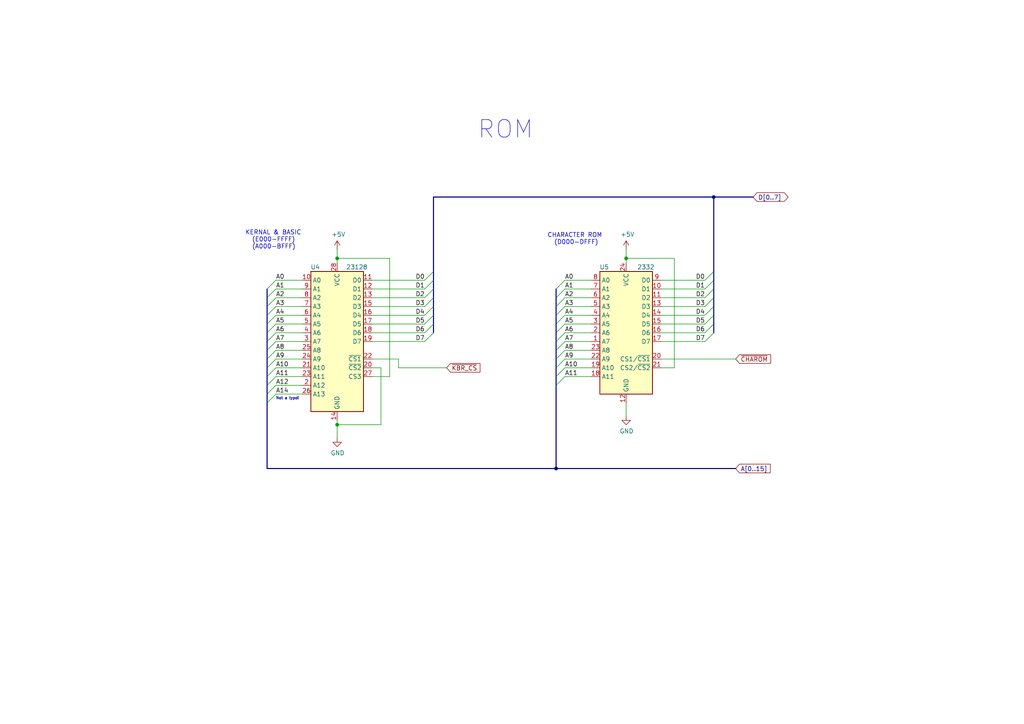
<source format=kicad_sch>
(kicad_sch (version 20230121) (generator eeschema)
  (paper "A4")
  (title_block (title "Commodore C64C - Assy 250469-01 Rev. A") (date "2023-04-02") (rev "2") (company "https://github.com/KicadRetroArchive") (comment 1 "KiCad schematic licensed under CERN-OHL-S") (comment 2 "WARNING: These schematics might contain errors!") (comment 3 "Author: Andrea Cisternino <andrea.cisternino@posteo.net>"))
  (lib_symbols
    (symbol "krl_Memory_ROM:23128"
      (property "Reference" "U" (at -6.985 21.59 0))
      (property "Value" "23128" (at 6.35 21.59 0))
      (symbol "23128_0_1"
        (rectangle (start -7.62 20.32) (end 7.62 -20.32) (stroke (width 0.254)) (fill (type background)))
      )
      (symbol "23128_1_1"
        (pin no_connect line (at 7.62 -15.24 180) (length 2.54) hide (name "NC") (number "1"))
        (pin input line (at -10.16 17.78 0) (length 2.54) (name "A0") (number "10"))
        (pin tri_state line (at 10.16 17.78 180) (length 2.54) (name "D0") (number "11"))
        (pin tri_state line (at 10.16 15.24 180) (length 2.54) (name "D1") (number "12"))
        (pin tri_state line (at 10.16 12.7 180) (length 2.54) (name "D2") (number "13"))
        (pin power_in line (at 0 -22.86 90) (length 2.54) (name "GND") (number "14"))
        (pin tri_state line (at 10.16 10.16 180) (length 2.54) (name "D3") (number "15"))
        (pin tri_state line (at 10.16 7.62 180) (length 2.54) (name "D4") (number "16"))
        (pin tri_state line (at 10.16 5.08 180) (length 2.54) (name "D5") (number "17"))
        (pin tri_state line (at 10.16 2.54 180) (length 2.54) (name "D6") (number "18"))
        (pin tri_state line (at 10.16 0 180) (length 2.54) (name "D7") (number "19"))
        (pin input line (at -10.16 -12.7 0) (length 2.54) (name "A12") (number "2"))
        (pin input line (at 10.16 -7.62 180) (length 2.54) (name "~{CS2}") (number "20"))
        (pin input line (at -10.16 -7.62 0) (length 2.54) (name "A10") (number "21"))
        (pin input line (at 10.16 -5.08 180) (length 2.54) (name "~{CS1}") (number "22"))
        (pin input line (at -10.16 -10.16 0) (length 2.54) (name "A11") (number "23"))
        (pin input line (at -10.16 -5.08 0) (length 2.54) (name "A9") (number "24"))
        (pin input line (at -10.16 -2.54 0) (length 2.54) (name "A8") (number "25"))
        (pin input line (at -10.16 -15.24 0) (length 2.54) (name "A13") (number "26"))
        (pin input line (at 10.16 -10.16 180) (length 2.54) (name "CS3") (number "27"))
        (pin power_in line (at 0 22.86 270) (length 2.54) (name "VCC") (number "28"))
        (pin input line (at -10.16 0 0) (length 2.54) (name "A7") (number "3"))
        (pin input line (at -10.16 2.54 0) (length 2.54) (name "A6") (number "4"))
        (pin input line (at -10.16 5.08 0) (length 2.54) (name "A5") (number "5"))
        (pin input line (at -10.16 7.62 0) (length 2.54) (name "A4") (number "6"))
        (pin input line (at -10.16 10.16 0) (length 2.54) (name "A3") (number "7"))
        (pin input line (at -10.16 12.7 0) (length 2.54) (name "A2") (number "8"))
        (pin input line (at -10.16 15.24 0) (length 2.54) (name "A1") (number "9"))
      )
    )
    (symbol "krl_Memory_ROM:2332"
      (property "Reference" "U" (at -7.112 19.304 0))
      (property "Value" "2332" (at 7.874 19.304 0))
      (symbol "2332_0_1"
        (rectangle (start -7.62 17.78) (end 7.62 -17.78) (stroke (width 0.254)) (fill (type background)))
      )
      (symbol "2332_1_1"
        (pin input line (at -10.16 -2.54 0) (length 2.54) (name "A7") (number "1"))
        (pin tri_state line (at 10.16 12.7 180) (length 2.54) (name "D1") (number "10"))
        (pin tri_state line (at 10.16 10.16 180) (length 2.54) (name "D2") (number "11"))
        (pin power_in line (at 0 -20.32 90) (length 2.54) (name "GND") (number "12"))
        (pin tri_state line (at 10.16 7.62 180) (length 2.54) (name "D3") (number "13"))
        (pin tri_state line (at 10.16 5.08 180) (length 2.54) (name "D4") (number "14"))
        (pin tri_state line (at 10.16 2.54 180) (length 2.54) (name "D5") (number "15"))
        (pin tri_state line (at 10.16 0 180) (length 2.54) (name "D6") (number "16"))
        (pin tri_state line (at 10.16 -2.54 180) (length 2.54) (name "D7") (number "17"))
        (pin input line (at -10.16 -12.7 0) (length 2.54) (name "A11") (number "18"))
        (pin input line (at -10.16 -10.16 0) (length 2.54) (name "A10") (number "19"))
        (pin input line (at -10.16 0 0) (length 2.54) (name "A6") (number "2"))
        (pin input line (at 10.16 -7.62 180) (length 2.54) (name "CS1/~{CS1}") (number "20"))
        (pin input line (at 10.16 -10.16 180) (length 2.54) (name "CS2/~{CS2}") (number "21"))
        (pin input line (at -10.16 -7.62 0) (length 2.54) (name "A9") (number "22"))
        (pin input line (at -10.16 -5.08 0) (length 2.54) (name "A8") (number "23"))
        (pin power_in line (at 0 20.32 270) (length 2.54) (name "VCC") (number "24"))
        (pin input line (at -10.16 2.54 0) (length 2.54) (name "A5") (number "3"))
        (pin input line (at -10.16 5.08 0) (length 2.54) (name "A4") (number "4"))
        (pin input line (at -10.16 7.62 0) (length 2.54) (name "A3") (number "5"))
        (pin input line (at -10.16 10.16 0) (length 2.54) (name "A2") (number "6"))
        (pin input line (at -10.16 12.7 0) (length 2.54) (name "A1") (number "7"))
        (pin input line (at -10.16 15.24 0) (length 2.54) (name "A0") (number "8"))
        (pin tri_state line (at 10.16 15.24 180) (length 2.54) (name "D0") (number "9"))
      )
    )
    (symbol "power:+5V" (power) (pin_names (offset 0))
      (property "Value" "+5V" (at 0 3.556 0))
      (symbol "+5V_0_1"
        (polyline (pts (xy -0.762 1.27) (xy 0 2.54)))
        (polyline (pts (xy 0 0) (xy 0 2.54)))
        (polyline (pts (xy 0 2.54) (xy 0.762 1.27)))
      )
      (symbol "+5V_1_1"
        (pin power_in line (at 0 0 90) (length 0) hide (name "+5V") (number "1"))
      )
    )
    (symbol "power:GND" (power) (pin_names (offset 0))
      (property "Value" "GND" (at 0 -3.81 0))
      (symbol "GND_0_1"
        (polyline (pts (xy 0 0) (xy 0 -1.27) (xy 1.27 -1.27) (xy 0 -2.54) (xy -1.27 -1.27) (xy 0 -1.27)))
      )
      (symbol "GND_1_1"
        (pin power_in line (at 0 0 270) (length 0) hide (name "GND") (number "1"))
      )
    )
  )
  (junction (at 207.01 57.15))
  (junction (at 97.79 123.19))
  (junction (at 97.79 74.93))
  (junction (at 161.29 135.89))
  (junction (at 181.61 74.93))
  (bus_entry (at 80.01 88.9) (size -2.54 2.54))
  (bus_entry (at 123.19 86.36) (size 2.54 -2.54))
  (bus_entry (at 80.01 81.28) (size -2.54 2.54))
  (bus_entry (at 80.01 114.3) (size -2.54 2.54))
  (bus_entry (at 163.83 101.6) (size -2.54 2.54))
  (bus_entry (at 123.19 81.28) (size 2.54 -2.54))
  (bus_entry (at 204.47 88.9) (size 2.54 -2.54))
  (bus_entry (at 163.83 86.36) (size -2.54 2.54))
  (bus_entry (at 80.01 86.36) (size -2.54 2.54))
  (bus_entry (at 80.01 93.98) (size -2.54 2.54))
  (bus_entry (at 123.19 93.98) (size 2.54 -2.54))
  (bus_entry (at 123.19 88.9) (size 2.54 -2.54))
  (bus_entry (at 204.47 93.98) (size 2.54 -2.54))
  (bus_entry (at 163.83 83.82) (size -2.54 2.54))
  (bus_entry (at 123.19 99.06) (size 2.54 -2.54))
  (bus_entry (at 80.01 91.44) (size -2.54 2.54))
  (bus_entry (at 204.47 81.28) (size 2.54 -2.54))
  (bus_entry (at 163.83 93.98) (size -2.54 2.54))
  (bus_entry (at 80.01 111.76) (size -2.54 2.54))
  (bus_entry (at 80.01 96.52) (size -2.54 2.54))
  (bus_entry (at 80.01 109.22) (size -2.54 2.54))
  (bus_entry (at 80.01 104.14) (size -2.54 2.54))
  (bus_entry (at 163.83 104.14) (size -2.54 2.54))
  (bus_entry (at 204.47 99.06) (size 2.54 -2.54))
  (bus_entry (at 204.47 91.44) (size 2.54 -2.54))
  (bus_entry (at 123.19 96.52) (size 2.54 -2.54))
  (bus_entry (at 204.47 83.82) (size 2.54 -2.54))
  (bus_entry (at 204.47 86.36) (size 2.54 -2.54))
  (bus_entry (at 204.47 96.52) (size 2.54 -2.54))
  (bus_entry (at 163.83 109.22) (size -2.54 2.54))
  (bus_entry (at 163.83 106.68) (size -2.54 2.54))
  (bus_entry (at 123.19 83.82) (size 2.54 -2.54))
  (bus_entry (at 80.01 99.06) (size -2.54 2.54))
  (bus_entry (at 163.83 81.28) (size -2.54 2.54))
  (bus_entry (at 123.19 91.44) (size 2.54 -2.54))
  (bus_entry (at 163.83 88.9) (size -2.54 2.54))
  (bus_entry (at 163.83 99.06) (size -2.54 2.54))
  (bus_entry (at 163.83 91.44) (size -2.54 2.54))
  (bus_entry (at 80.01 106.68) (size -2.54 2.54))
  (bus_entry (at 80.01 101.6) (size -2.54 2.54))
  (bus_entry (at 80.01 83.82) (size -2.54 2.54))
  (bus_entry (at 163.83 96.52) (size -2.54 2.54))
  (bus (pts (xy 161.29 88.9) (xy 161.29 91.44)))
  (bus (pts (xy 161.29 86.36) (xy 161.29 88.9)))
  (wire (pts (xy 163.83 106.68) (xy 171.45 106.68)))
  (wire (pts (xy 163.83 104.14) (xy 171.45 104.14)))
  (wire (pts (xy 191.77 86.36) (xy 204.47 86.36)))
  (bus (pts (xy 125.73 78.74) (xy 125.73 81.28)))
  (wire (pts (xy 163.83 91.44) (xy 171.45 91.44)))
  (bus (pts (xy 207.01 57.15) (xy 218.44 57.15)))
  (wire (pts (xy 80.01 109.22) (xy 87.63 109.22)))
  (bus (pts (xy 207.01 81.28) (xy 207.01 83.82)))
  (bus (pts (xy 77.47 116.84) (xy 77.47 135.89)))
  (wire (pts (xy 80.01 88.9) (xy 87.63 88.9)))
  (wire (pts (xy 191.77 96.52) (xy 204.47 96.52)))
  (wire (pts (xy 110.49 106.68) (xy 110.49 123.19)))
  (wire (pts (xy 97.79 74.93) (xy 97.79 76.2)))
  (bus (pts (xy 125.73 93.98) (xy 125.73 96.52)))
  (wire (pts (xy 181.61 74.93) (xy 181.61 76.2)))
  (wire (pts (xy 163.83 88.9) (xy 171.45 88.9)))
  (wire (pts (xy 191.77 91.44) (xy 204.47 91.44)))
  (bus (pts (xy 125.73 86.36) (xy 125.73 88.9)))
  (bus (pts (xy 77.47 99.06) (xy 77.47 101.6)))
  (wire (pts (xy 80.01 101.6) (xy 87.63 101.6)))
  (bus (pts (xy 125.73 91.44) (xy 125.73 93.98)))
  (bus (pts (xy 77.47 106.68) (xy 77.47 109.22)))
  (wire (pts (xy 163.83 101.6) (xy 171.45 101.6)))
  (wire (pts (xy 191.77 104.14) (xy 213.36 104.14)))
  (bus (pts (xy 161.29 99.06) (xy 161.29 101.6)))
  (bus (pts (xy 77.47 104.14) (xy 77.47 106.68)))
  (wire (pts (xy 107.95 99.06) (xy 123.19 99.06)))
  (bus (pts (xy 77.47 83.82) (xy 77.47 86.36)))
  (wire (pts (xy 191.77 93.98) (xy 204.47 93.98)))
  (wire (pts (xy 80.01 99.06) (xy 87.63 99.06)))
  (wire (pts (xy 115.57 104.14) (xy 115.57 106.68)))
  (bus (pts (xy 207.01 83.82) (xy 207.01 86.36)))
  (wire (pts (xy 107.95 86.36) (xy 123.19 86.36)))
  (bus (pts (xy 161.29 106.68) (xy 161.29 109.22)))
  (wire (pts (xy 191.77 81.28) (xy 204.47 81.28)))
  (wire (pts (xy 87.63 83.82) (xy 80.01 83.82)))
  (bus (pts (xy 125.73 57.15) (xy 207.01 57.15)))
  (wire (pts (xy 107.95 81.28) (xy 123.19 81.28)))
  (bus (pts (xy 77.47 135.89) (xy 161.29 135.89)))
  (wire (pts (xy 113.03 74.93) (xy 97.79 74.93)))
  (bus (pts (xy 161.29 83.82) (xy 161.29 86.36)))
  (bus (pts (xy 207.01 78.74) (xy 207.01 81.28)))
  (wire (pts (xy 195.58 74.93) (xy 181.61 74.93)))
  (wire (pts (xy 80.01 86.36) (xy 87.63 86.36)))
  (bus (pts (xy 77.47 86.36) (xy 77.47 88.9)))
  (wire (pts (xy 115.57 106.68) (xy 129.54 106.68)))
  (wire (pts (xy 181.61 116.84) (xy 181.61 120.65)))
  (bus (pts (xy 77.47 88.9) (xy 77.47 91.44)))
  (bus (pts (xy 161.29 101.6) (xy 161.29 104.14)))
  (bus (pts (xy 77.47 96.52) (xy 77.47 99.06)))
  (bus (pts (xy 207.01 88.9) (xy 207.01 91.44)))
  (wire (pts (xy 163.83 99.06) (xy 171.45 99.06)))
  (wire (pts (xy 181.61 72.39) (xy 181.61 74.93)))
  (wire (pts (xy 163.83 93.98) (xy 171.45 93.98)))
  (wire (pts (xy 191.77 106.68) (xy 195.58 106.68)))
  (wire (pts (xy 171.45 81.28) (xy 163.83 81.28)))
  (wire (pts (xy 163.83 86.36) (xy 171.45 86.36)))
  (bus (pts (xy 161.29 93.98) (xy 161.29 96.52)))
  (wire (pts (xy 80.01 106.68) (xy 87.63 106.68)))
  (wire (pts (xy 107.95 88.9) (xy 123.19 88.9)))
  (wire (pts (xy 97.79 121.92) (xy 97.79 123.19)))
  (bus (pts (xy 77.47 93.98) (xy 77.47 96.52)))
  (bus (pts (xy 207.01 86.36) (xy 207.01 88.9)))
  (bus (pts (xy 207.01 93.98) (xy 207.01 96.52)))
  (wire (pts (xy 107.95 91.44) (xy 123.19 91.44)))
  (wire (pts (xy 107.95 106.68) (xy 110.49 106.68)))
  (bus (pts (xy 207.01 57.15) (xy 207.01 78.74)))
  (wire (pts (xy 163.83 109.22) (xy 171.45 109.22)))
  (bus (pts (xy 125.73 81.28) (xy 125.73 83.82)))
  (wire (pts (xy 80.01 104.14) (xy 87.63 104.14)))
  (bus (pts (xy 161.29 109.22) (xy 161.29 111.76)))
  (wire (pts (xy 110.49 123.19) (xy 97.79 123.19)))
  (wire (pts (xy 107.95 93.98) (xy 123.19 93.98)))
  (wire (pts (xy 80.01 111.76) (xy 87.63 111.76)))
  (wire (pts (xy 107.95 83.82) (xy 123.19 83.82)))
  (wire (pts (xy 195.58 106.68) (xy 195.58 74.93)))
  (wire (pts (xy 191.77 88.9) (xy 204.47 88.9)))
  (bus (pts (xy 77.47 91.44) (xy 77.47 93.98)))
  (wire (pts (xy 107.95 109.22) (xy 113.03 109.22)))
  (bus (pts (xy 207.01 91.44) (xy 207.01 93.98)))
  (wire (pts (xy 191.77 83.82) (xy 204.47 83.82)))
  (bus (pts (xy 125.73 88.9) (xy 125.73 91.44)))
  (bus (pts (xy 161.29 135.89) (xy 213.36 135.89)))
  (wire (pts (xy 191.77 99.06) (xy 204.47 99.06)))
  (bus (pts (xy 161.29 104.14) (xy 161.29 106.68)))
  (bus (pts (xy 161.29 91.44) (xy 161.29 93.98)))
  (wire (pts (xy 97.79 123.19) (xy 97.79 127)))
  (bus (pts (xy 77.47 114.3) (xy 77.47 116.84)))
  (bus (pts (xy 77.47 111.76) (xy 77.47 114.3)))
  (wire (pts (xy 107.95 96.52) (xy 123.19 96.52)))
  (bus (pts (xy 161.29 111.76) (xy 161.29 135.89)))
  (wire (pts (xy 163.83 83.82) (xy 171.45 83.82)))
  (wire (pts (xy 80.01 96.52) (xy 87.63 96.52)))
  (wire (pts (xy 80.01 114.3) (xy 87.63 114.3)))
  (wire (pts (xy 80.01 93.98) (xy 87.63 93.98)))
  (wire (pts (xy 163.83 96.52) (xy 171.45 96.52)))
  (bus (pts (xy 77.47 109.22) (xy 77.47 111.76)))
  (wire (pts (xy 107.95 104.14) (xy 115.57 104.14)))
  (wire (pts (xy 87.63 81.28) (xy 80.01 81.28)))
  (bus (pts (xy 77.47 101.6) (xy 77.47 104.14)))
  (wire (pts (xy 113.03 109.22) (xy 113.03 74.93)))
  (bus (pts (xy 161.29 96.52) (xy 161.29 99.06)))
  (wire (pts (xy 97.79 72.39) (xy 97.79 74.93)))
  (bus (pts (xy 125.73 57.15) (xy 125.73 78.74)))
  (bus (pts (xy 125.73 83.82) (xy 125.73 86.36)))
  (wire (pts (xy 80.01 91.44) (xy 87.63 91.44)))
  (text "CHARACTER ROM\n  (D000-DFFF)" (at 158.75 71.12 0) (effects (font (size 1.27 1.27)) (justify left bottom)))
  (text "ROM" (at 138.43 40.64 0) (effects (font (size 5.08 5.08)) (justify left bottom)))
  (text "Not a typo!" (at 80.01 116.078 0) (effects (font (size 0.762 0.762)) (justify left bottom)))
  (text "KERNAL & BASIC\n  (E000-FFFF)\n  (A000-BFFF)" (at 71.12 72.39 0) (effects (font (size 1.27 1.27)) (justify left bottom)))
  (label "A0" (at 80.01 81.28 0))
  (label "D7" (at 123.19 99.06 180))
  (label "A8" (at 163.83 101.6 0))
  (label "D2" (at 123.19 86.36 180))
  (label "A9" (at 80.01 104.14 0))
  (label "A6" (at 80.01 96.52 0))
  (label "A4" (at 80.01 91.44 0))
  (label "D6" (at 123.19 96.52 180))
  (label "D7" (at 204.47 99.06 180))
  (label "A11" (at 163.83 109.22 0))
  (label "A3" (at 163.83 88.9 0))
  (label "A6" (at 163.83 96.52 0))
  (label "D1" (at 123.19 83.82 180))
  (label "A1" (at 80.01 83.82 0))
  (label "D2" (at 204.47 86.36 180))
  (label "A7" (at 80.01 99.06 0))
  (label "A2" (at 80.01 86.36 0))
  (label "A1" (at 163.83 83.82 0))
  (label "A0" (at 163.83 81.28 0))
  (label "D4" (at 204.47 91.44 180))
  (label "D3" (at 204.47 88.9 180))
  (label "A5" (at 80.01 93.98 0))
  (label "D5" (at 204.47 93.98 180))
  (label "D4" (at 123.19 91.44 180))
  (label "A11" (at 80.01 109.22 0))
  (label "D5" (at 123.19 93.98 180))
  (label "A7" (at 163.83 99.06 0))
  (label "A9" (at 163.83 104.14 0))
  (label "A5" (at 163.83 93.98 0))
  (label "A12" (at 80.01 111.76 0))
  (label "A10" (at 80.01 106.68 0))
  (label "D6" (at 204.47 96.52 180))
  (label "D0" (at 204.47 81.28 180))
  (label "A4" (at 163.83 91.44 0))
  (label "A3" (at 80.01 88.9 0))
  (label "D3" (at 123.19 88.9 180))
  (label "A8" (at 80.01 101.6 0))
  (label "D1" (at 204.47 83.82 180))
  (label "A2" (at 163.83 86.36 0))
  (label "A10" (at 163.83 106.68 0))
  (label "D0" (at 123.19 81.28 180))
  (label "A14" (at 80.01 114.3 0))
  (global_label "~{KBR_CS}" (shape input) (at 129.54 106.68 0) (property "Intersheetrefs" "${INTERSHEET_REFS}" (effects hide)))
  (global_label "A[0..15]" (shape input) (at 213.36 135.89 0) (property "Intersheetrefs" "${INTERSHEET_REFS}" (effects hide)))
  (global_label "~{CHAROM}" (shape input) (at 213.36 104.14 0) (property "Intersheetrefs" "${INTERSHEET_REFS}" (effects hide)))
  (global_label "D[0..7]" (shape bidirectional) (at 218.44 57.15 0) (property "Intersheetrefs" "${INTERSHEET_REFS}" (effects hide)))
  (symbol (lib_id "krl_Memory_ROM:23128") (at 97.79 99.06 0) (unit 1)
    (property "Reference" "U4" (at 91.44 77.47 0))
    (property "Value" "23128" (at 103.505 77.47 0))
    (property "Footprint" "Package_DIP:DIP-28_W15.24mm_Socket" (effects hide))
    (instances (project "C64C-250469-01-A" (path "" (reference "U4") (unit 1)) (path "" (reference "U?") (unit 1)) (path "" (reference "U4") (unit 1))))
  )
  (symbol (lib_id "krl_Memory_ROM:2332") (at 181.61 96.52 0) (unit 1)
    (property "Reference" "U5" (at 175.26 77.47 0))
    (property "Value" "2332" (at 187.325 77.47 0))
    (property "Footprint" "Package_DIP:DIP-24_W15.24mm_Socket" (effects hide))
    (property "Datasheet" "https://archive.org/details/mos_2332_rom_feb_1980" (effects hide))
    (instances (project "C64C-250469-01-A" (path "" (reference "U5") (unit 1)) (path "" (reference "U?") (unit 1))))
  )
  (symbol (lib_id "power:+5V") (at 181.61 72.39 0) (unit 1)
    (property "Reference" "#PWR0175" (effects hide))
    (property "Value" "+5V" (at 181.991 67.9958 0))
    (instances (project "C64C-250469-01-A" (path "" (reference "#PWR0175") (unit 1)) (path "" (reference "#PWR?") (unit 1))))
  )
  (symbol (lib_id "power:GND") (at 181.61 120.65 0) (unit 1)
    (property "Reference" "#PWR0176" (effects hide))
    (property "Value" "GND" (at 181.737 125.0442 0))
    (instances (project "C64C-250469-01-A" (path "" (reference "#PWR0176") (unit 1)) (path "" (reference "#PWR?") (unit 1))))
  )
  (symbol (lib_id "power:GND") (at 97.79 127 0) (unit 1)
    (property "Reference" "#PWR019" (effects hide))
    (property "Value" "GND" (at 97.917 131.3942 0))
    (instances (project "C64C-250469-01-A" (path "" (reference "#PWR019") (unit 1)) (path "" (reference "#PWR?") (unit 1))))
  )
  (symbol (lib_id "power:+5V") (at 97.79 72.39 0) (unit 1)
    (property "Reference" "#PWR018" (effects hide))
    (property "Value" "+5V" (at 98.171 67.9958 0))
    (instances (project "C64C-250469-01-A" (path "" (reference "#PWR018") (unit 1)) (path "" (reference "#PWR?") (unit 1))))
  )
)
</source>
